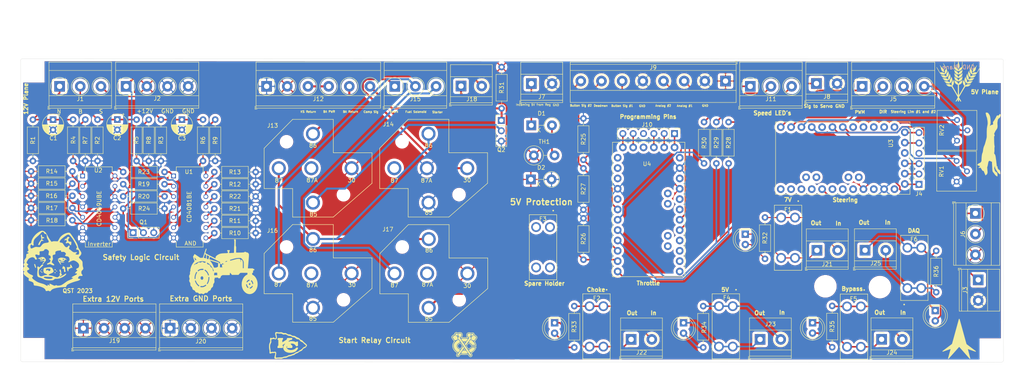
<source format=kicad_pcb>
(kicad_pcb (version 20221018) (generator pcbnew)
  (layers (0 "F.Cu" signal) (31 "B.Cu" signal) (34 "B.Paste" user) (35 "F.Paste" user) (36 "B.SilkS" user "B.Silkscreen") (37 "F.SilkS" user "F.Silkscreen") (38 "B.Mask" user) (39 "F.Mask" user) (44 "Edge.Cuts" user))
  (net 0 "")
  (net 1 "GND")
  (net 2 "/Safety Circuit /Neutral")
  (net 3 "/Safety Circuit /Brake")
  (net 4 "/Safety Circuit /Seat")
  (net 5 "Net-(D1-Pad2)")
  (net 6 "Net-(D1-Pad1)")
  (net 7 "+5V")
  (net 8 "Net-(D3-Pad2)")
  (net 9 "Net-(D3-Pad1)")
  (net 10 "Net-(D4-Pad2)")
  (net 11 "Net-(D4-Pad1)")
  (net 12 "Net-(D5-Pad2)")
  (net 13 "Net-(D5-Pad1)")
  (net 14 "Net-(D6-Pad2)")
  (net 15 "Net-(D6-Pad1)")
  (net 16 "Net-(D7-Pad2)")
  (net 17 "Net-(D7-Pad1)")
  (net 18 "Net-(F1-Pad1)")
  (net 19 "Net-(F2-Pad1)")
  (net 20 "Net-(F3-Pad2)")
  (net 21 "Net-(F3-Pad1)")
  (net 22 "Net-(F4-Pad1)")
  (net 23 "Net-(F5-Pad1)")
  (net 24 "Net-(F6-Pad1)")
  (net 25 "+12V")
  (net 26 "Safety_Signal")
  (net 27 "Net-(J3-Pad1)")
  (net 28 "Net-(J4-Pad5)")
  (net 29 "Net-(J4-Pad4)")
  (net 30 "Net-(J4-Pad3)")
  (net 31 "Net-(J4-Pad2)")
  (net 32 "Net-(J4-Pad1)")
  (net 33 "Net-(J5-Pad4)")
  (net 34 "Net-(J5-Pad3)")
  (net 35 "Net-(J5-Pad2)")
  (net 36 "Net-(J5-Pad1)")
  (net 37 "Net-(J6-Pad2)")
  (net 38 "Net-(J6-Pad1)")
  (net 39 "Net-(J8-Pad1)")
  (net 40 "Net-(J9-Pad8)")
  (net 41 "Net-(J9-Pad7)")
  (net 42 "Net-(J9-Pad6)")
  (net 43 "Net-(J9-Pad4)")
  (net 44 "Net-(J9-Pad3)")
  (net 45 "Net-(J10-Pad5)")
  (net 46 "Net-(J10-Pad4)")
  (net 47 "Net-(J10-Pad3)")
  (net 48 "Net-(J10-Pad2)")
  (net 49 "Net-(J10-Pad1)")
  (net 50 "Net-(J11-Pad3)")
  (net 51 "Net-(J11-Pad2)")
  (net 52 "Net-(J11-Pad1)")
  (net 53 "/Safety Start /Comp_Switch")
  (net 54 "Net-(J12-Pad5)")
  (net 55 "Net-(J12-Pad3)")
  (net 56 "Net-(J13-Pad87)")
  (net 57 "Net-(J13-Pad85)")
  (net 58 "Net-(J13-Pad87A)")
  (net 59 "Net-(J14-Pad30)")
  (net 60 "Net-(J14-Pad87)")
  (net 61 "Net-(J15-Pad3)")
  (net 62 "Net-(J15-Pad2)")
  (net 63 "Net-(J16-Pad87A)")
  (net 64 "Net-(J17-Pad85)")
  (net 65 "Net-(J17-Pad87A)")
  (net 66 "Net-(Q1-Pad1)")
  (net 67 "/Safety Circuit /Neutral_Output")
  (net 68 "/Safety Circuit /Brake_Output")
  (net 69 "/Safety Circuit /Seat_Output")
  (net 70 "Net-(R10-Pad1)")
  (net 71 "Net-(R11-Pad1)")
  (net 72 "Net-(R12-Pad1)")
  (net 73 "Net-(R13-Pad1)")
  (net 74 "Net-(R14-Pad1)")
  (net 75 "Net-(R15-Pad2)")
  (net 76 "Net-(R16-Pad1)")
  (net 77 "Net-(R17-Pad2)")
  (net 78 "Net-(R18-Pad1)")
  (net 79 "Net-(R19-Pad2)")
  (net 80 "Net-(R19-Pad1)")
  (net 81 "Net-(R20-Pad1)")
  (net 82 "Net-(R21-Pad2)")
  (net 83 "Net-(R22-Pad2)")
  (net 84 "/Safety Circuit /Neutral_Inverted")
  (net 85 "Net-(R23-Pad1)")
  (net 86 "Net-(R28-Pad1)")
  (net 87 "Net-(R29-Pad1)")
  (net 88 "Net-(R30-Pad1)")
  (net 89 "Net-(RV1-Pad3)")
  (net 90 "Net-(RV2-Pad3)")
  (net 91 "Net-(U3-PadJP1_4)")
  (net 92 "Net-(U3-PadJP2_1)")
  (net 93 "Net-(U3-PadJP2_2)")
  (net 94 "Net-(U3-PadJP3_2)")
  (net 95 "Net-(U3-PadJP3_1)")
  (net 96 "Net-(U3-PadJP6_1)")
  (net 97 "Net-(U3-PadJP6_3)")
  (net 98 "Net-(U3-PadJP6_5)")
  (net 99 "Net-(U3-PadJP6_6)")
  (net 100 "Net-(U3-PadJP6_7)")
  (net 101 "Net-(U3-PadJP6_9)")
  (net 102 "Net-(U3-PadJP6_10)")
  (net 103 "Net-(U3-PadJP6_11)")
  (net 104 "Net-(U3-PadJP6_12)")
  (net 105 "Net-(U3-PadJP7_5)")
  (net 106 "Net-(U3-PadJP7_8)")
  (net 107 "Net-(U3-PadJP7_10)")
  (net 108 "Net-(U3-PadJP7_11)")
  (net 109 "Net-(U3-PadJP7_12)")
  (net 110 "Net-(U4-PadJP1_4)")
  (net 111 "Net-(U4-PadJP2_1)")
  (net 112 "Net-(U4-PadJP2_2)")
  (net 113 "Net-(U4-PadJP3_2)")
  (net 114 "Net-(U4-PadJP3_1)")
  (net 115 "Net-(U4-PadJP6_1)")
  (net 116 "Net-(U4-PadJP6_3)")
  (net 117 "Net-(U4-PadJP6_5)")
  (net 118 "Net-(U4-PadJP6_6)")
  (net 119 "Net-(U4-PadJP6_9)")
  (net 120 "Net-(U4-PadJP6_10)")
  (net 121 "Net-(U4-PadJP6_11)")
  (net 122 "Net-(U4-PadJP6_12)")
  (net 123 "Net-(U4-PadJP7_8)")
  (net 124 "Net-(U4-PadJP7_10)")
  (net 125 "Net-(U4-PadJP7_11)")
  (net 126 "Net-(U4-PadJP7_12)")
  (footprint "MountingHole:MountingHole_2.5mm" (layer "F.Cu") (at 278.01 42.77 -90)
    (fp_text reference "REF**")
    (fp_text value "MountingHole_2.5mm")
  )
  (footprint "MountingHole:MountingHole_2.5mm" (layer "F.Cu") (at 42.5 42.68)
    (fp_text reference "REF**")
    (fp_text value "MountingHole_2.5mm")
  )
  (footprint "Capacitor_THT:CP_Radial_D5.0mm_P2.50mm" (layer "F.Cu") (at 47.48 54.68 -90)
    (fp_text reference "C1")
    (fp_text value "0.1µF")
  )
  (footprint "Capacitor_THT:CP_Radial_D5.0mm_P2.50mm" (layer "F.Cu") (at 63.28 54.66 -90)
    (fp_text reference "C2")
    (fp_text value "0.1µF")
  )
  (footprint "Diode_THT:D_DO-15_P5.08mm_Vertical_KathodeUp" (layer "F.Cu") (at 164.99 56.08)
    (fp_text reference "D1")
    (fp_text value "DIODE")
  )
  (footprint "Diode_THT:D_DO-15_P5.08mm_Vertical_KathodeUp" (layer "F.Cu") (at 164.89 69.37)
    (fp_text reference "D2")
    (fp_text value "D_Zener")
  )
  (footprint "3568:FUSE_3568" (layer "F.Cu") (at 167.88 86.04 -90)
    (fp_text reference "F3")
    (fp_text value "Fuse")
  )
  (footprint "3568:FUSE_3568" (layer "F.Cu") (at 212.8 105.48 -90)
    (fp_text reference "F4")
    (fp_text value "3568")
  )
  (footprint "TerminalBlock_Phoenix:TerminalBlock_Phoenix_MKDS-3-3-5.08_1x03_P5.08mm_Horizontal" (layer "F.Cu") (at 49.09 46.5)
    (fp_text reference "J1")
    (fp_text value "Conn_01x03_Male")
  )
  (footprint "Connector_PinHeader_2.54mm:PinHeader_1x06_P2.54mm_Vertical" (layer "F.Cu") (at 260.25 70.58 180)
    (fp_text reference "J4")
    (fp_text value "Conn_01x06_Male")
  )
  (footprint "TerminalBlock_Phoenix:TerminalBlock_Phoenix_MKDS-3-4-5.08_1x04_P5.08mm_Horizontal" (layer "F.Cu") (at 246.29 46.5)
    (fp_text reference "J5")
    (fp_text value "Conn_01x04_Male")
  )
  (footprint "TerminalBlock_Phoenix:TerminalBlock_Phoenix_MKDS-3-3-5.08_1x03_P5.08mm_Horizontal" (layer "F.Cu") (at 274.12 77.72 -90)
    (fp_text reference "J6")
    (fp_text value "Conn_01x03_Male")
  )
  (footprint "TerminalBlock_Phoenix:TerminalBlock_Phoenix_MKDS-1,5-2-5.08_1x02_P5.08mm_Horizontal" (layer "F.Cu") (at 165.01 45.82)
    (fp_text reference "J7")
    (fp_text value "Conn_01x02_Male")
  )
  (footprint "TerminalBlock_Phoenix:TerminalBlock_Phoenix_MKDS-1,5-2-5.08_1x02_P5.08mm_Horizontal" (layer "F.Cu") (at 235.06 45.81)
    (fp_text reference "J8")
    (fp_text value "Conn_01x02_Male")
  )
  (footprint "TerminalBlock_Phoenix:TerminalBlock_Phoenix_MKDS-1,5-8-5.08_1x08_P5.08mm_Horizontal" (layer "F.Cu") (at 212.72 45.2 180)
    (fp_text reference "J9")
    (fp_text value "Conn_01x08_Male")
  )
  (footprint "Connector_PinHeader_2.54mm:PinHeader_1x06_P2.54mm_Vertical" (layer "F.Cu") (at 200.19 58.11 -90)
    (fp_text reference "J10")
    (fp_text value "Conn_01x06_Male")
  )
  (footprint "VCF4-1000 (Relay Socket):TE_VCF4-1000" (layer "F.Cu") (at 111.35 66.62)
    (fp_text reference "J13")
    (fp_text value "VCF4-1000")
  )
  (footprint "VCF4-1000 (Relay Socket):TE_VCF4-1000" (layer "F.Cu") (at 139.74 66.61)
    (fp_text reference "J14")
    (fp_text value "VCF4-1000")
  )
  (footprint "TerminalBlock_Phoenix:TerminalBlock_Phoenix_MKDS-3-3-5.08_1x03_P5.08mm_Horizontal" (layer "F.Cu") (at 131.44 46.5)
    (fp_text reference "J15")
    (fp_text value "Conn_01x03_Male")
  )
  (footprint "VCF4-1000 (Relay Socket):TE_VCF4-1000" (layer "F.Cu") (at 111.35 92.46)
    (fp_text reference "J16")
    (fp_text value "VCF4-1000")
  )
  (footprint "TerminalBlock_Phoenix:TerminalBlock_Phoenix_MKDS-1,5-2-5.08_1x02_P5.08mm_Horizontal" (layer "F.Cu") (at 147.73 46.43)
    (fp_text reference "J18")
    (fp_text value "Conn_01x02_Male")
  )
  (footprint "Connector_PinHeader_2.54mm:PinHeader_1x03_P2.54mm_Vertical" (layer "F.Cu") (at 67.15 82.46 90)
    (fp_text reference "Q1")
    (fp_text value "Q_NMOS_GDS")
  )
  (footprint "Connector_PinHeader_2.54mm:PinHeader_1x03_P2.54mm_Vertical" (layer "F.Cu") (at 157.63 54.88)
    (fp_text reference "Q2")
    (fp_text value "Q_NMOS_GDS")
  )
  (footprint "Resistor_THT:R_Axial_DIN0207_L6.3mm_D2.5mm_P10.16mm_Horizontal" (layer "F.Cu") (at 68 64.84 90)
    (fp_text reference "R5")
    (fp_text value "1k")
  )
  (footprint "Resistor_THT:R_Axial_DIN0207_L6.3mm_D2.5mm_P10.16mm_Horizontal" (layer "F.Cu") (at 84.33 64.83 90)
    (fp_text reference "R6")
    (fp_text value "1k")
  )
  (footprint "Resistor_THT:R_Axial_DIN0207_L6.3mm_D2.5mm_P10.16mm_Horizontal" (layer "F.Cu") (at 55.41 54.67 -90)
    (fp_text reference "R7")
    (fp_text value "10k")
  )
  (footprint "Resistor_THT:R_Axial_DIN0207_L6.3mm_D2.5mm_P10.16mm_Horizontal" (layer "F.Cu") (at 71 54.68 -90)
    (fp_text reference "R8")
    (fp_text value "10k")
  )
  (footprint "Resistor_THT:R_Axial_DIN0207_L6.3mm_D2.5mm_P10.16mm_Horizontal" (layer "F.Cu") (at 87.33 54.67 -90)
    (fp_text reference "R9")
    (fp_text value "10k")
  )
  (footprint "Resistor_THT:R_Axial_DIN0207_L6.3mm_D2.5mm_P10.16mm_Horizontal" (layer "F.Cu") (at 87.11 82.55)
    (fp_text reference "R10")
    (fp_text value "10k")
  )
  (footprint "Resistor_THT:R_Axial_DIN0207_L6.3mm_D2.5mm_P10.16mm_Horizontal" (layer "F.Cu") (at 87.11 79.55)
    (fp_text reference "R11")
    (fp_text value "10k")
  )
  (footprint "Resistor_THT:R_Axial_DIN0207_L6.3mm_D2.5mm_P10.16mm_Horizontal" (layer "F.Cu") (at 87.11 70.55)
    (fp_text reference "R12")
    (fp_text value "10k")
  )
  (footprint "Resistor_THT:R_Axial_DIN0207_L6.3mm_D2.5mm_P10.16mm_Horizontal" (layer "F.Cu") (at 87.11 67.55)
    (fp_text reference "R13")
    (fp_text value "10k")
  )
  (footprint "Resistor_THT:R_Axial_DIN0207_L6.3mm_D2.5mm_P10.16mm_Horizontal" (layer "F.Cu") (at 42.08 70.4)
    (fp_text reference "R15")
    (fp_text value "1k")
  )
  (footprint "Resistor_THT:R_Axial_DIN0207_L6.3mm_D2.5mm_P10.16mm_Horizontal" (layer "F.Cu") (at 52.24 73.4 180)
    (fp_text reference "R16")
    (fp_text value "1k")
  )
  (footprint "Resistor_THT:R_Axial_DIN0207_L6.3mm_D2.5mm_P10.16mm_Horizontal" (layer "F.Cu") (at 52.24 79.4 180)
    (fp_text reference "R18")
    (fp_text value "1k")
  )
  (footprint "Resistor_THT:R_Axial_DIN0207_L6.3mm_D2.5mm_P10.16mm_Horizontal" (layer "F.Cu") (at 64.72 70.54)
    (fp_text reference "R19")
    (fp_text value "1k")
  )
  (footprint "Resistor_THT:R_Axial_DIN0207_L6.3mm_D2.5mm_P10.16mm_Horizontal" (layer "F.Cu") (at 64.72 73.54)
    (fp_text reference "R20")
    (fp_text value "330")
  )
  (footprint "Resistor_THT:R_Axial_DIN0207_L6.3mm_D2.5mm_P10.16mm_Horizontal" (layer "F.Cu") (at 97.27 76.55 180)
    (fp_text reference "R21")
    (fp_text value "10k")
  )
  (footprint "Resistor_THT:R_Axial_DIN0207_L6.3mm_D2.5mm_P10.16mm_Horizontal" (layer "F.Cu") (at 97.27 73.55 180)
    (fp_text reference "R22")
    (fp_text value "10k")
  )
  (footprint "Resistor_THT:R_Axial_DIN0207_L6.3mm_D2.5mm_P10.16mm_Horizontal" (layer "F.Cu") (at 64.72 67.54)
    (fp_text reference "R23")
    (fp_text value "1k")
  )
  (footprint "Resistor_THT:R_Axial_DIN0207_L6.3mm_D2.5mm_P10.16mm_Horizontal" (layer "F.Cu") (at 177.8 64.55 90)
    (fp_text reference "R25")
    (fp_text value "R")
  )
  (footprint "Resistor_THT:R_Axial_DIN0207_L6.3mm_D2.5mm_P10.16mm_Horizontal" (layer "F.Cu") (at 177.82 78.93 -90)
    (fp_text reference "R26")
    (fp_text value "R")
  )
  (footprint "Resistor_THT:R_Axial_DIN0207_L6.3mm_D2.5mm_P10.16mm_Horizontal" (layer "F.Cu") (at 177.81 76.81 90)
    (fp_text reference "R27")
    (fp_text value "R")
  )
  (footprint "Resistor_THT:R_Axial_DIN0207_L6.3mm_D2.5mm_P10.16mm_Horizontal" (layer "F.Cu") (at 213.47 65.44 90)
    (fp_text reference "R28")
    (fp_text value "R")
  )
  (footprint "Resistor_THT:R_Axial_DIN0207_L6.3mm_D2.5mm_P10.16mm_Horizontal" (layer "F.Cu") (at 207.44 65.43 90)
    (fp_text reference "R30")
    (fp_text value "R")
  )
  (footprint "Resistor_THT:R_Axial_DIN0207_L6.3mm_D2.5mm_P10.16mm_Horizontal" (layer "F.Cu") (at 157.7 41.76 -90)
    (fp_text reference "R31")
    (fp_text value "4.7k")
  )
  (footprint "Resistor_THT:R_Axial_DIN0207_L6.3mm_D2.5mm_P10.16mm_Horizontal" (layer "F.Cu") (at 222.42 88.88 90)
    (fp_text reference "R32")
    (fp_text value "1k")
  )
  (footprint "Potentiometer_THT:Potentiometer_Bourns_3386P_Vertical" (layer "F.Cu") (at 269.51 69.91)
    (fp_text reference "RV1")
    (fp_text value "R_POT_TRIM")
  )
  (footprint "Potentiometer_THT:Potentiometer_Bourns_3386P_Vertical" (layer "F.Cu") (at 269.61 59.85)
    (fp_text reference "RV2")
    (fp_text value "R_POT_TRIM")
  )
  (footprint "Resistor_THT:R_Axial_DIN0414_L11.9mm_D4.5mm_P5.08mm_Vertical" (layer "F.Cu") (at 165.62 63.47)
    (fp_text reference "TH1")
    (fp_text value "Thermistor")
  )
  (footprint "Arduino Pro Mini:MODULE_ARDUINO_PRO_MINI" (layer "F.Cu") (at 241.53 64.14 -90)
    (fp_text reference "U3")
    (fp_text value "ARDUINO_PRO_MINI")
  )
  (footprint "TerminalBlock_Phoenix:TerminalBlock_Phoenix_MKDS-3-4-5.08_1x04_P5.08mm_Horizontal" (layer "F.Cu") (at 65.45 46.5)
    (fp_text reference "J2")
    (fp_text value "Conn_01x04_Male")
  )
  (footprint "Resistor_THT:R_Axial_DIN0207_L6.3mm_D2.5mm_P10.16mm_Horizontal" (layer "F.Cu") (at 74 54.68 -90)
    (fp_text reference "R3")
    (fp_text value "1k")
  )
  (footprint "Resistor_THT:R_Axial_DIN0207_L6.3mm_D2.5mm_P10.16mm_Horizontal" (layer "F.Cu") (at 64.72 76.54)
    (fp_text reference "R24")
    (fp_text value "100k")
  )
  (footprint "Wheat Graphic:Wheat" (layer "F.Cu") (at 269.97 45.26)
    (fp_text reference "G***" hide)
    (fp_text value "LOGO" hide)
  )
  (footprint "Resistor_THT:R_Axial_DIN0207_L6.3mm_D2.5mm_P10.16mm_Horizontal" (layer "F.Cu") (at 52.4 64.83 90)
    (fp_text reference "R4")
    (fp_text value "1k")
  )
  (footprint "Resistor_THT:R_Axial_DIN0207_L6.3mm_D2.5mm_P10.16mm_Horizontal" (layer "F.Cu") (at 42.53 54.68 -90)
    (fp_text reference "R1")
    (fp_text value "1k")
  )
  (footprint "Resistor_THT:R_Axial_DIN0207_L6.3mm_D2.5mm_P10.16mm_Horizontal" (layer "F.Cu") (at 58.41 54.67 -90)
    (fp_text reference "R2")
    (fp_text value "1k")
  )
  (footprint "Husky Head Graphic:Husky_Head" (layer "F.Cu") (at 47.75 89.6)
    (fp_text reference "G***" hide)
    (fp_text value "LOGO" hide)
  )
  (footprint "Capacitor_THT:CP_Radial_D5.0mm_P2.50mm" (layer "F.Cu") (at 79.14 54.68 -90)
    (fp_text reference "C3")
    (fp_text value "0.1µF")
  )
  (footprint "CD4081BE (AND):DIP794W45P254L1969H508Q14" (layer "F.Cu") (at 81.06 76.14)
    (fp_text reference "U1")
    (fp_text value "CD4081BE")
  )
  (footprint "CD4069UBE (Inverter):DIP794W45P254L1969H508Q14" (layer "F.Cu") (at 58.72 76.13)
    (fp_text reference "U2")
    (fp_text value "CD4069UBE")
  )
  (footprint "Resistor_THT:R_Axial_DIN0207_L6.3mm_D2.5mm_P10.16mm_Horizontal" (layer "F.Cu") (at 52.24 67.39 180)
    (fp_text reference "R14")
    (fp_text value "1k")
  )
  (footprint "Resistor_THT:R_Axial_DIN0207_L6.3mm_D2.5mm_P10.16mm_Horizontal" (layer "F.Cu") (at 42.08 76.4)
    (fp_text reference "R17")
    (fp_text value "1k")
  )
  (footprint "TerminalBlock_Phoenix:TerminalBlock_Phoenix_MKDS-3-6-5.08_1x06_P5.08mm_Horizontal" (layer "F.Cu") (at 99.96 46.5)
    (fp_text reference "J12")
    (fp_text value "Conn_01x06_Male")
  )
  (footprint "Resistor_THT:R_Axial_DIN0207_L6.3mm_D2.5mm_P10.16mm_Horizontal" (layer "F.Cu") (at 207.24 110.66 90)
    (fp_text reference "R34")
    (fp_text value "1k")
  )
  (footprint "Resistor_THT:R_Axial_DIN0207_L6.3mm_D2.5mm_P10.16mm_Horizontal" (layer "F.Cu") (at 264.49 86.92 -90)
    (fp_text reference "R36")
    (fp_text value "1k")
  )
  (footprint "TerminalBlock_Phoenix:TerminalBlock_Phoenix_MKDS-1,5-2-5.08_1x02_P5.08mm_Horizontal" (layer "F.Cu") (at 247 86.77)
    (fp_text reference "J25")
    (fp_text value "Conn_01x02_Male")
  )
  (footprint "TerminalBlock_Phoenix:TerminalBlock_Phoenix_MKDS-1,5-2-5.08_1x02_P5.08mm_Horizontal" (layer "F.Cu") (at 235.18 86.79)
    (fp_text reference "J21")
    (fp_text value "Conn_01x02_Male")
  )
  (footprint "TerminalBlock_Phoenix:TerminalBlock_Phoenix_MKDS-1,5-2-5.08_1x02_P5.08mm_Horizontal" (layer "F.Cu") (at 251.07 108.66)
    (fp_text reference "J24")
    (fp_text value "Conn_01x02_Male")
  )
  (footprint "LED_THT:LED_D5.0mm" (layer "F.Cu") (at 264.26 101.59 -90)
    (fp_text reference "D7")
    (fp_text value "LED")
  )
  (footprint "3568:FUSE_3568" (layer "F.Cu") (at 259.11 91.11 90)
    (fp_text reference "F6")
    (fp_text value "3568")
  )
  (footprint "3568:FUSE_3568" (layer "F.Cu") (at 228.09 83.7 -90)
    (fp_text reference "F1")
    (fp_text value "3568")
  )
  (footprint "LED_THT:LED_D5.0mm" (layer "F.Cu") (at 234.1 104.59 -90)
    (fp_text reference "D6")
    (fp_text value "LED")
  )
  (footprint "LED_THT:LED_D5.0mm" (layer "F.Cu") (at 202.4 104.61 -90)
    (fp_text reference "D5")
    (fp_text value "LED")
  )
  (footprint "VCF4-1000 (Relay Socket):TE_VCF4-1000" (layer "F.Cu") (at 139.79 92.48)
    (fp_text reference "J17")
    (fp_text value "VCF4-1000")
  )
  (footprint "TerminalBlock_Phoenix:TerminalBlock_Phoenix_MKDS-3-3-5.08_1x03_P5.08mm_Horizontal" (layer "F.Cu") (at 218.8 46.5)
    (fp_text reference "J11")
    (fp_text value "Conn_01x03_Male")
  )
  (footprint "Resistor_THT:R_Axial_DIN0207_L6.3mm_D2.5mm_P10.16mm_Horizontal" (layer "F.Cu") (at 210.47 65.44 90)
    (fp_text reference "R29")
    (fp_text value "R")
  )
  (footprint "Arduino Pro Mini:MODULE_ARDUINO_PRO_MINI" (layer "F.Cu") (at 193.84 76.75)
    (fp_text reference "U4")
    (fp_text value "ARDUINO_PRO_MINI")
  )
  (footprint "Resistor_THT:R_Axial_DIN0207_L6.3mm_D2.5mm_P10.16mm_Horizontal" (layer "F.Cu") (at 238.93 110.61 90)
    (fp_text reference "R35")
    (fp_text value "1k")
  )
  (footprint "3568:FUSE_3568" (layer "F.Cu") (at 244.28 105.54 -90)
    (fp_text reference "F5")
    (fp_text value "3568")
  )
  (footprint "MountingHole:MountingHole_4.3mm_M4" (layer "F.Cu") (at 237.26 95.64)
    (fp_text reference "REF**")
    (fp_text value "MountingHole_4.3mm_M4")
  )
  (footprint "MountingHole:MountingHole_4.3mm_M4" (layer "F.Cu") (at 250.66 95.83)
    (fp_text reference "REF**")
    (fp_text value "MountingHole_4.3mm_M4")
  )
  (footprint "TerminalBlock_Phoenix:TerminalBlock_Phoenix_MKDS-3-4-5.08_1x04_P5.08mm_Horizontal" (layer "F.Cu") (at 54.93 105.93)
    (fp_text reference "J19")
    (fp_text value "Conn_01x04_Male")
  )
  (footprint "TerminalBlock_Phoenix:TerminalBlock_Phoenix_MKDS-3-4-5.08_1x04_P5.08mm_Horizontal" (layer "F.Cu") (at 76.25 105.93)
    (fp_text reference "J20")
    (fp_text value "Conn_01x04_Male")
  )
  (footprint "TerminalBlock_Phoenix:TerminalBlock_Phoenix_MKDS-1,5-2-5.08_1x02_P5.08mm_Horizontal" (layer "F.Cu") (at 274.81 94.05 -90)
    (fp_text reference "J3")
    (fp_text value "Conn_01x02_Male")
  )
  (footprint "3568:FUSE_3568" (layer "F.Cu") (at 181.01 105.49 -90)
    (fp_text reference "F2")
    (fp_text value "3568")
  )
  (footprint "TerminalBlock_Phoenix:TerminalBlock_Phoenix_MKDS-1,5-2-5.08_1x02_P5.08mm_Horizontal" (layer "F.Cu") (at 189.53 108.68)
    (fp_text reference "J22")
    (fp_text value "Conn_01x02_Male")
  )
  (footprint "TerminalBlock_Phoenix:TerminalBlock_Phoenix_MKDS-1,5-2-5.08_1x02_P5.08mm_Horizontal" (layer "F.Cu") (at 221.21 108.68)
    (fp_text reference "J23")
    (fp_text value "Conn_01x02_Male")
  )
  (footprint "LED_THT:LED_D5.0mm" (layer "F.Cu") (at 170.72 104.61 -90)
    (fp_text reference "D4")
    (fp_text value "LED")
  )
  (footprint "Resistor_THT:R_Axial_DIN0207_L6.3mm_D2.5mm_P10.16mm_Horizontal" (layer "F.Cu") (at 175.56 110.66 90)
    (fp_text reference "R33")
    (fp_text value "1k")
  )
  (footprint "LED_THT:LED_D5.0mm" (layer "F.Cu") (at 217.58 82.82 -90)
    (fp_text reference "D3")
    (fp_text value "LED")
  )
  (footprint "Running Sled Dog Graphic:Running_Husky" (layer "F.Cu") (at 278.12 60.77 90)
    (fp_text reference "G***" hide)
    (fp_text value "LOGO" hide)
  )
  (footprint "Tractor Graphic:Tractor" (layer "F.Cu") (at 90.03 90.76)
    (fp_text reference "G***" hide)
    (fp_text value "LOGO" hide)
  )
  (footprint "SESS logo:sess" (layer "F.Cu") (at 270.12 108.54)
    (fp_text reference "G***" hide)
    (fp_text value "LOGO" hide)
  )
  (footprint "Chiefs Logo:Arrowhead" (layer "F.Cu") (at 105.13 110.17)
    (fp_text reference "G***" hide)
    (fp_text value "LOGO" hide)
  )
  (footprint "Blackhawks Logo:Hammer" (layer "F.Cu") (at 148.55 109.96)
    (fp_text reference "G***" hide)
    (fp_text value "LOGO" hide)
  )
  (footprint "" (layer "F.Cu") (at 45.12 45.46)
    (fp_text reference "")
    (fp_text value "")
  )
  (footprint "MountingHole:MountingHole_2.5mm" (layer "F.Cu") (at 278.03 111.29)
    (fp_text reference "REF**")
    (fp_text value "MountingHole_2.5mm")
  )
  (footprint "MountingHole:MountingHole_2.5mm" (layer "F.Cu") (at 42.51 111.2 180)
    (fp_text reference "REF**")
    (fp_text value "MountingHole_2.5mm")
  )
  (gr_arc (start 281.02 113.78) (mid 280.873553 114.133553) (end 280.52 114.28) (stroke (width 0.05)) (layer "Edge.Cuts"))
  (gr_line (start 280.5 39.78) (end 40 39.69) (stroke (width 0.05)) (layer "Edge.Cuts"))
  (gr_line (start 280.52 114.28) (end 40.02 114.19) (stroke (width 0.05)) (layer "Edge.Cuts"))
  (gr_arc (start 40.02 114.19) (mid 39.666447 114.043553) (end 39.52 113.69) (stroke (width 0.05)) (layer "Edge.Cuts"))
  (gr_line (start 39.5 40.19) (end 39.52 113.69) (stroke (width 0.05)) (layer "Edge.Cuts"))
  (gr_arc (start 280.5 39.78) (mid 280.853553 39.926447) (end 281 40.28) (stroke (width 0.05)) (layer "Edge.Cuts"))
  (gr_line (start 281 40.28) (end 281.02 113.78) (stroke (width 0.05)) (layer "Edge.Cuts"))
  (gr_arc (start 39.5 40.19) (mid 39.646447 39.836447) (end 40 39.69) (stroke (width 0.05)) (layer "Edge.Cuts"))
  (gr_text "GND Plane \n" (at 269.56 41.79) (layer "B.SilkS") (effects (font (size 1 1)) (justify mirror)))
  (gr_text "N" (at 48.95 52.66) (layer "F.SilkS") (effects (font (size 1 1))))
  (gr_text "GND" (at 80.71 52.58) (layer "F.SilkS") (effects (font (size 1 1))))
  (gr_text "87A" (at 111.12 69.57) (layer "F.SilkS") (effects (font (size 1 1))))
  (gr_text "87\n" (at 102.94 69.66) (layer "F.SilkS") (effects (font (size 1 1))))
  (gr_text "86\n" (at 111.36 61.06) (layer "F.SilkS") (effects (font (size 1 1))))
  (gr_text "30" (at 120.84 69.57) (layer "F.SilkS") (effects (font (size 1 1))))
  (gr_text "Deadman " (at 182.25 51.25) (layer "F.SilkS") (effects (font (size 0.5 0.5) (thickness 0.125))))
  (gr_text "Analog #2 " (at 197.6 51.25) (layer "F.SilkS") (effects (font (size 0.5 0.5) (thickness 0.125))))
  (gr_text "Button Sig #1" (at 187.32 51.29) (layer "F.SilkS") (effects (font (size 0.5 0.5) (thickness 0.125))))
  (gr_text "GND" (at 207.72 51.25) (layer "F.SilkS") (effects (font (size 0.5 0.5) (thickness 0.125))))
  (gr_text "GND" (at 240.83 51.37) (layer "F.SilkS") (effects (font (size 0.75 0.75) (thickness 0.1875))))
  (gr_text "86\n" (at 111.36 86.72) (layer "F.SilkS") (effects (font (size 1 1))))
  (gr_text "87\n" (at 131.36 69.66) (layer "F.SilkS") (effects (font (size 1 1))))
  (gr_text "87A" (at 111.12 95.36) (layer "F.SilkS") (effects (font (size 1 1))))
  (gr_text "30" (at 149.23 69.54) (layer "F.SilkS") (effects (font (size 1 1))))
  (gr_text "85\n" (at 111.33 103.6) (layer "F.SilkS") (effects (font (size 1 1))))
  (gr_text "Spare Holder\n" (at 168.21 94.94) (layer "F.SilkS") (effects (font (size 1 1) (thickness 0.25))))
  (gr_text "In" (at 256.34 102.1) (layer "F.SilkS") (effects (font (size 1 1) (thickness 0.25))))
  (gr_text "Out\n" (at 250.6 102.07) (layer "F.SilkS") (effects (font (size 1 1) (thickness 0.25))))
  (gr_text "Bypass" (at 243.86 96.24) (layer "F.SilkS") (effects (font (size 1 1) (thickness 0.25))))
  (gr_text "In" (at 252.59 79.95) (layer "F.SilkS") (effects (font (size 1 1) (thickness 0.25))))
  (gr_text "Out\n" (at 246.75 79.96) (layer "F.SilkS") (effects (font (size 1 1) (thickness 0.25))))
  (gr_text "DAQ" (at 258.99 81.98) (layer "F.SilkS") (effects (font (size 1 1) (thickness 0.25))))
  (gr_text "Steering\n" (at 242.13 74.41) (layer "F.SilkS") (effects (font (size 1 1) (thickness 0.25))))
  (gr_text "In" (at 226.6 102.08) (layer "F.SilkS") (effects (font (size 1 1) (thickness 0.25))))
  (gr_text "Out\n" (at 221.1 102.19) (layer "F.SilkS") (effects (font (size 1 1) (thickness 0.25))))
  (gr_text "5V" (at 212.63 96.47) (layer "F.SilkS") (effects (font (size 1 1) (thickness 0.25))))
  (gr_text "Out\n" (at 189.75 102.19) (layer "F.SilkS") (effects (font (size 1 1) (thickness 0.25))))
  (gr_text "7V" (at 228.03 74.36) (layer "F.SilkS") (effects (font (size 1 1) (thickness 0.25))))
  (gr_text "In" (at 240.46 80.19) (layer "F.SilkS") (effects (font (size 1 1) (thickness 0.25))))
  (gr_text "Out\n" (at 234.96 80.08) (layer "F.SilkS") (effects (font (size 1 1) (thickness 0.25))))
  (gr_text "5V Plane \n" (at 276.81 47.88) (layer "F.SilkS") (effects (font (size 1 1) (thickness 0.25))))
  (gr_text "Speed LED's" (at 224.23 53.07) (layer "F.SilkS") (effects (font (size 1 1) (thickness 0.25))))
  (gr_text "30" (at 149.26 95.52) (layer "F.SilkS") (effects (font (size 1 1))))
  (gr_text "Choke \n" (at 181.28 96.47) (layer "F.SilkS") (effects (font (size 1 1) (thickness 0.25))))
  (gr_text "87A" (at 139.47 95.21) (layer "F.SilkS") (effects (font (size 1 1))))
  (gr_text "Safety Logic Circuit \n" (at 69.56 88.52) (layer "F.SilkS") (effects (font (size 1.25 1.25) (thickness 0.25))))
  (gr_text "12V Plane \n" (at 40.81 49.17 90) (layer "F.SilkS") (effects (font (size 1 1) (thickness 0.25))))
  (gr_text "PWM" (at 245.74 52.83) (layer "F.SilkS") (effects (font (size 0.75 0.75) (thickness 0.1875))))
  (gr_text "Spark" (at 131.27 52.72) (layer "F.SilkS") (effects (font (size 0.5 0.5) (thickness 0.125))))
  (gr_text "86\n" (at 139.88 86.81) (layer "F.SilkS") (effects (font (size 1 1))))
  (gr_text "B" (at 54.22 52.69) (layer "F.SilkS") (effects (font (size 1 1))))
  (gr_text "BA PWR" (at 115.31 52.72) (layer "F.SilkS") (effects (font (size 0.5 0.5) (thickness 0.125))))
  (gr_text "5V Protection " (at 168.04 74.92) (layer "F.SilkS") (effects (font (size 1.5 1.5) (thickness 0.3))))
  (gr_text "GND" (at 75.59 52.6) (layer "F.SilkS") (effects (font (size 1 1))))
  (gr_text "Throttle " (at 194.13 94.87) (layer "F.SilkS") (effects (font (size 1 1) (thickness 0.25))))
  (gr_text "GND" (at 192.25 51.33) (layer "F.SilkS") (effects (font (size 0.5 0.5) (thickness 0.125))))
  (gr_text "Button Sig #2" (at 177.17 51.21) (layer "F.SilkS") (effects (font (size 0.5 0.5) (thickness 0.125))))
  (gr_text "DIR" (at 251.44 52.75) (layer "F.SilkS") (effects (font (size 0.75 0.75) (thickness 0.1875))))
  (gr_text "86\n" (at 139.79 61.06) (layer "F.SilkS") (effects (font (size 1 1))))
  (gr_text "BA Return" (at 120.59 52.74) (layer "F.SilkS") (effects (font (size 0.5 0.5) (thickness 0.125))))
  (gr_text "AND" (at 81.25 85.09) (layer "F.SilkS") (effects (font (size 1 1))))
  (gr_text "Sig to Servo " (at 235.8 51.37) (layer "F.SilkS") (effects (font (size 0.75 0.75) (thickness 0.1875))))
  (gr_text "+12V " (at 70.42 52.57) (layer "F.SilkS") (effects (font (size 1 1))))
  (gr_text "85\n" (at 111.45 77.94) (layer "F.SilkS") (effects (font (size 1 1))))
  (gr_text "Inverter\n" (at 58.83 85.25) (layer "F.SilkS") (effects (font (size 1 1))))
  (gr_text "Incoming 5V from Reg " (at 165.69 51.01) (layer "F.SilkS") (effects (font (size 0.5 0.5) (thickness 0.1))))
  (gr_text "S" (at 59.26 52.71) (layer "F.SilkS") (effects (font (size 1 1))))
  (gr_text "KS Return\n" (at 110.19 52.74) (layer "F.SilkS") (effects (font (size 0.5 0.5) (thickness 0.125))))
  (gr_text "87A" (at 139.24 69.64) (layer "F.SilkS") (effects (font (size 1 1))))
  (gr_text "GND" (at 171.05 51.1) (layer "F.SilkS") (effects (font (size 0.5 0.5) (thickness 0.1))))
  (gr_text "Programming Pins " (at 194.08 53.97) (layer "F.SilkS") (effects (font (size 1 1) (thickness 0.25))))
  (gr_text "Extra 12V Ports\n" (at 62.28 98.75) (layer "F.SilkS") (effects (font (size 1.25 1.25) (thickness 0.25))))
  (gr_text "87\n" (at 102.79 95.22) (layer "F.SilkS") (effects (font (size 1 1))))
  (gr_text "Comp Sig " (at 125.79 52.78) (layer "F.SilkS") (effects (font (size 0.5 0.5) (thickness 0.125))))
  (gr_text "87\n" (at 131.36 95.38) (layer "F.SilkS") (effects (font (size 1 1))))
  (gr_text "Extra GND Ports " (at 84.31 98.66) (layer "F.SilkS") (effects (font (size 1.25 1.25) (thickness 0.25))))
  (gr_text "85\n" (at 139.81 103.65) (layer "F.SilkS") (effects (font (size 1 1))))
  (gr_text "Analog #1" (at 202.68 51.29) (layer "F.SilkS") (effects (font (size 0.5 0.5) (thickness 0.125))))
  (gr_text "Fuel Solenoid " (at 136.83 52.77) (layer "F.SilkS") (effects (font (size 0.5 0.5) (thickness 0.125))))
  (gr_text "In" (at 195.03 102.19) (layer "F.SilkS") (effects (font (size 1 1) (thickness 0.25))))
  (gr_text "Steering Lim #1 and #2" (at 258.86 52.74) (layer "F.SilkS") (effects (font (size 0.6 0.6))))
  (gr_text "Starter" (at 141.94 52.84) (layer "F.SilkS") (effects (font (size 0.5 0.5) (thickness 0.125))))
  (gr_text "30" (at 120.92 95.29) (layer "F.SilkS") (effects (font (size 1 1))))
  (gr_text "Start Relay Circuit \n" (at 126.96 108.91) (layer "F.SilkS") (effects (font (size 1.25 1.25) (thickness 0.25))))
  (gr_text "QST 2023 " (at 53.91 96.75) (layer "F.SilkS") (effects (font (size 1 1) (thickness 0.2))))
  (gr_text "85\n" (at 139.79 77.54) (layer "F.SilkS") (effects (font (size 1 1))))
  (segment (start 42.53 54.68) (end 47.48 54.68) (width 0.38) (layer "F.Cu") (net 2))
  (segment (start 49.09 48.12) (end 42.53 54.68) (width 0.38) (layer "F.Cu") (net 2))
  (segment (start 52.39 54.68) (end 52.4 54.67) (width 0.38) (layer "F.Cu") (net 2))
  (segment (start 49.09 46.5) (end 49.09 48.12) (width 0.38) (layer "F.Cu") (net 2))
  (segment (start 47.48 54.68) (end 52.39 54.68) (width 0.38) (layer "F.Cu") (net 2))
  (segment (start 63.27 54.67) (end 63.28 54.66) (width 0.38) (layer "F.Cu") (net 3))
  (segment (start 54.17 50.43) (end 58.41 54.67) (width 0.38) (layer "F.Cu") (net 3))
  (segment (start 63.28 54.66) (end 67.98 54.66) (width 0.38) (layer "F.Cu") (net 3))
  (segment (start 54.17 46.5) (end 54.17 50.43) (width 0.38) (layer "F.Cu") (net 3))
  (segment (start 67.98 54.66) (end 68 54.68) (width 0.38) (layer "F.Cu") (net 3))
  (segment (start 58.41 54.67) (end 63.27 54.67) (width 0.38) (layer "F.Cu") (net 3))
  (segment (start 60.940001 48.960001) (end 68.280001 48.960001) (width 0.38) (layer "F.Cu") (net 4))
  (segment (start 84.32 54.68) (end 84.33 54.67) (width 0.38) (layer "F.Cu") (net 4))
  (segment (start 68.280001 48.960001) (end 74 54.68) (width 0.38) (layer "F.Cu") (net 4))
  (segment (start 59.25 46.5) (end 60.940001 48.190001) (width 0.38) (layer "F.Cu") (net 4))
  (segment (start 60.940001 48.190001) (end 60.940001 48.960001) (width 0.38) (layer "F.Cu") (net 4))
  (segment (start 74 54.68) (end 79.14 54.68) (width 0.38) (layer "F.Cu") (net 4))
  (segment (start 79.14 54.68) (end 84.32 54.68) (width 0.38) (layer "F.Cu") (net 4))
  (segment (start 170.07 56.08) (end 170.07 62.84) (width 0.38) (layer "F.Cu") (net 5))
  (segment (start 170.07 62.84) (end 170.7 63.47) (width 0.38) (layer "F.Cu") (net 5))
  (segment (start 165.01 56.06) (end 164.99 56.08) (width 0.38) (layer "F.Cu") (net 6))
  (segment (start 165.01 45.82) (end 165.01 56.06) (width 0.38) (layer "F.Cu") (net 6))
  (segment (start 218.9 85.36) (end 222.42 88.88) (width 0.25) (layer "F.Cu") (net 8))
  (segment (start 217.58 85.36) (end 218.9 85.36) (width 0.25) (layer "F.Cu") (net 8))
  (segment (start 220.55 82.82) (end 226.39 88.66) (width 0.25) (layer "F.Cu") (net 9))
  (segment (start 233.31 88.66) (end 235.18 86.79) (width 0.25) (layer "F.Cu") (net 9))
  (segment (start 217.58 82.82) (end 220.55 82.82) (width 0.25) (layer "F.Cu") (net 9))
  (segment (start 229.79 88.66) (end 233.31 88.66) (width 0.25) (layer "F.Cu") (net 9))
  (segment (start 226.39 88.66) (end 229.79 88.66) (width 0.25) (layer "F.Cu") (net 9))
  (segment (start 175.56 110.66) (end 174.23 110.66) (width 0.38) (layer "F.Cu") (net 10))
  (segment (start 174.23 110.66) (end 170.72 107.15) (width 0.38) (layer "F.Cu") (net 10))
  (segment (start 182.71 110.45) (end 187.76 110.45) (width 0.38) (layer "F.Cu") (net 11))
  (segment (start 172 104.61) (end 177.84 110.45) (width 0.38) (layer "F.Cu") (net 11))
  (segment (start 177.84 110.45) (end 179.31 110.45) (width 0.38) (layer "F.Cu") (net 11))
  (segment (start 179.31 110.45) (end 182.71 110.45) (width 0.38) (layer "F.Cu") (net 11))
  (segment (start 170.72 104.61) (end 172 104.61) (width 0.38) (layer "F.Cu") (net 11))
  (segment (start 187.76 110.45) (end 189.53 108.68) (width 0.38) (layer "F.Cu") (net 11))
  (segment (start 207.24 110.66) (end 205.91 110.66) (width 0.38) (layer "B.Cu") (net 12))
  (segment (start 205.91 110.66) (end 202.4 107.15) (width 0.38) (layer "B.Cu") (net 12))
  (segment (start 219.45 110.44) (end 221.21 108.68) (width 0.38) (layer "B.Cu") (net 13))
  (segment (start 214.5 110.44) (end 219.45 110.44) (width 0.38) (layer "B.Cu") (net 13))
  (segment (start 205.27 104.61) (end 211.1 110.44) (width 0.38) (layer "B.Cu") (net 13))
  (segment (start 202.4 104.61) (end 205.27 104.61) (width 0.38) (layer "B.Cu") (net 13))
  (segment (start 211.1 110.44) (end 214.5 110.44) (width 0.38) (layer "B.Cu") (net 13))
  (segment (start 235.45 107.13) (end 238.93 110.61) (width 0.38) (layer "F.Cu") (net 14))
  (segment (start 234.1 107.13) (end 235.45 107.13) (width 0.38) (layer "F.Cu") (net 14))
  (segment (start 236.67 104.59) (end 242.58 110.5) (width 0.38) (layer "F.Cu") (net 15))
  (segment (start 234.1 104.59) (end 236.67 104.59) (width 0.38) (layer "F.Cu") (net 15))
  (segment (start 245.98 110.5) (end 249.23 110.5) (width 0.38) (layer "F.Cu") (net 15))
  (segment (start 249.23 110.5) (end 251.07 108.66) (width 0.38) (layer "F.Cu") (net 15))
  (segment (start 242.58 110.5) (end 245.98 110.5) (width 0.38) (layer "F.Cu") (net 15))
  (segment (start 264.49 86.92) (end 263.299999 88.110001) (width 0.38) (layer "F.Cu") (net 16))
  (segment (start 263.299999 97.651201) (end 265.550001 99.901203) (width 0.38) (layer "F.Cu") (net 16))
  (segment (start 265.550001 99.901203) (end 265.550001 102.839999) (width 0.38) (layer "F.Cu") (net 16))
  (segment (start 263.299999 88.110001) (end 263.299999 97.651201) (width 0.38) (layer "F.Cu") (net 16))
  (segment (start 265.550001 102.839999) (end 264.26 104.13) (width 0.38) (layer "F.Cu") (net 16))
  (segment (start 260.81 86.15) (end 262.400001 87.740001) (width 0.38) (layer "F.Cu") (net 17))
  (segment (start 262.400001 87.740001) (end 262.400001 99.730001) (width 0.38) (layer "F.Cu") (net 17))
  (segment (start 262.400001 99.730001) (end 264.26 101.59) (width 0.38) (layer "F.Cu") (net 17))
  (segment (start 254.61 83.35) (end 257.41 86.15) (width 0.38) (layer "B.Cu") (net 17))
  (segment (start 247 86.77) (end 250.42 83.35) (width 0.38) (layer "B.Cu") (net 17))
  (segment (start 257.41 86.15) (end 260.81 86.15) (width 0.38) (layer "B.Cu") (net 17))
  (segment (start 250.42 83.35) (end 254.61 83.35) (width 0.38) (layer "B.Cu") (net 17))
  (segment (start 222.44 78.74) (end 222.42 78.72) (width 0.25) (layer "F.Cu") (net 18))
  (segment (start 240.26 86.79) (end 232.21 78.74) (width 0.25) (layer "F.Cu") (net 18))
  (segment (start 226.39 78.74) (end 222.44 78.74) (width 0.25) (layer "F.Cu") (net 18))
  (segment (start 232.21 78.74) (end 229.79 78.74) (width 0.25) (layer "F.Cu") (net 18))
  (segment (start 229.79 78.74) (end 226.39 78.74) (width 0.25) (layer "F.Cu") (net 18))
  (segment (start 182.71 100.53) (end 179.31 100.53) (width 0.38) (layer "F.Cu") (net 19))
  (segment (start 194.61 108.68) (end 186.46 100.53) (width 0.38) (layer "F.Cu") (net 19))
  (segment (start 186.46 100.53) (end 182.71 100.53) (width 0.38) (layer "F.Cu") (net 19))
  (segment (start 175.59 100.53) (end 175.56 100.5) (width 0.38) (layer "F.Cu") (net 19))
  (segment (start 179.31 100.53) (end 175.59 100.53) (width 0.38) (layer "F.Cu") (net 19))
  (segment (start 218.13 100.52) (end 214.5 100.52) (width 0.38) (layer "B.Cu") (net 22))
  (segment (start 211.1 100.52) (end 207.26 100.52) (width 0.38) (layer "B.Cu") (net 22))
  (segment (start 226.29 108.68) (end 218.13 100.52) (width 0.38) (layer "B.Cu") (net 22))
  (segment (start 207.26 100.52) (end 207.24 100.5) (width 0.38) (layer "B.Cu") (net 22))
  (segment (start 214.5 100.52) (end 211.1 100.52) (width 0.38) (layer "B.Cu") (net 22))
  (segment (start 248.07 100.58) (end 245.98 100.58) (width 0.38) (layer "F.Cu") (net 23))
  (segment (start 242.58 100.58) (end 239.06 100.58) (width 0.38) (layer "F.Cu") (net 23))
  (segment (start 256.15 108.66) (end 248.07 100.58) (width 0.38) (layer "F.Cu") (net 23))
  (segment (start 245.98 100.58) (end 242.58 100.58) (width 0.38) (layer "F.Cu") (net 23))
  (segment (start 239.06 100.58) (end 238.93 100.45) (width 0.38) (layer "F.Cu") (net 23))
  (segment (start 252.08 86.77) (end 252.08 90.74) (width 0.38) (layer "B.Cu") (net 24))
  (segment (start 257.41 96.07) (end 260.81 96.07) (width 0.38) (layer "B.Cu") (net 24))
  (segment (start 252.08 90.74) (end 257.41 96.07) (width 0.38) (layer "B.Cu") (net 24))
  (segment (start 260.81 96.07) (end 263.48 96.07) (width 0.38) (layer "B.Cu") (net 24))
  (segment (start 263.48 96.07) (end 264.49 97.08) (width 0.38) (layer "B.Cu") (net 24))
  (segment (start 85.03 68.52) (end 85.03 67.05) (width 0.38) (layer "F.Cu") (net 25))
  (segment (start 150.429989 44.049989) (end 152.81 46.43) (width 0.5) (layer "F.Cu") (net 26))
  (segment (start 65.45 46.35) (end 67.750011 44.049989) (width 0.5) (layer "F.Cu") (net 26))
  (segment (start 67.750011 44.049989) (end 150.429989 44.049989) (width 0.5) (layer "F.Cu") (net 26))
  (segment (start 65.45 46.5) (end 65.45 46.35) (width 0.5) (layer "F.Cu") (net 26))
  (segment (start 66.809999 79.579999) (end 66.809999 48.009999) (width 0.38) (layer "B.Cu") (net 26))
  (segment (start 66.809999 48.009999) (end 65.3 46.5) (width 0.38) (layer "B.Cu") (net 26))
  (segment (start 69.69 82.46) (end 66.809999 79.579999) (width 0.38) (layer "B.Cu") (net 26))
  (segment (start 274.81 93.96) (end 274.48 93.96) (width 0.38) (layer "F.Cu") (net 27))
  (segment (start 274.57 94.05) (end 254.11 73.59) (width 0.38) (layer "F.Cu") (net 27))
  (segment (start 254.11 73.59) (end 238.28 73.59) (width 0.38) (layer "F.Cu") (net 27))
  (segment (start 274.81 94.05) (end 274.57 94.05) (width 0.38) (layer "F.Cu") (net 27))
  (segment (start 238.28 73.59) (end 236.45 71.76) (width 0.38) (layer "F.Cu") (net 27))
  (segment (start 256.86 60.42) (end 256.77 60.33) (width 0.38) (layer "F.Cu") (net 28))
  (segment (start 260.25 60.42) (end 256.86 60.42) (width 0.38) (layer "F.Cu") (net 28))
  (segment (start 260.25 57.88) (end 256.86 57.88) (width 0.38) (layer "F.Cu") (net 28))
  (segment (start 256.86 57.88) (end 256.77 57.79) (width 0.38) (layer "F.Cu") (net 28))
  (segment (start 256.86 65.5) (end 256.77 65.41) (width 0.38) (layer "F.Cu") (net 30))
  (segment (start 260.25 65.5) (end 256.86 65.5) (width 0.38) (layer "F.Cu") (net 30))
  (segment (start 260.25 68.04) (end 256.86 68.04) (width 0.38) (layer "F.Cu") (net 31))
  (segment (start 256.86 68.04) (end 256.77 67.95) (width 0.38) (layer "F.Cu") (net 31))
  (segment (start 256.86 70.58) (end 256.77 70.49) (width 0.38) (layer "F.Cu") (net 32))
  (segment (start 260.25 70.58) (end 256.86 70.58) (width 0.38) (layer "F.Cu") (net 32))
  (segment (start 271.039999 54.241522) (end 263.298477 46.5) (width 0.38) (layer "B.Cu") (net 33))
  (segment (start 261.53 46.5) (end 263.298477 46.5) (width 0.38) (layer "B.Cu") (net 33))
  (segment (start 271.039999 66.359999) (end 271.039999 54.241522) (width 0.38) (layer "B.Cu") (net 33))
  (segment (start 272.05 67.37) (end 271.039999 66.359999) (width 0.38) (layer "B.Cu") (net 33))
  (segment (start 272.15 57.31) (end 270.507198 57.31) (width 0.38) (layer "F.Cu") (net 34))
  (segment (start 270.507198 57.31) (end 264.562803 51.365605) (width 0.38) (layer "F.Cu") (net 34))
  (segment (start 264.562803 51.365605) (end 264.562803 48.190001) (width 0.38) (layer "F.Cu") (net 34))
  (segment (start 258.140001 48.190001) (end 264.562803 48.190001) (width 0.38) (layer "F.Cu") (net 34))
  (segment (start 256.45 46.5) (end 258.140001 48.190001) (width 0.38) (layer "F.Cu") (net 34))
  (segment (start 242.679801 55.190199) (end 230.159801 55.190199) (width 0.38) (layer "F.Cu") (net 35))
  (segment (start 251.37 46.5) (end 242.679801 55.190199) (width 0.38) (layer "F.Cu") (net 35))
  (segment (start 230.159801 55.190199) (end 228.83 56.52) (width 0.38) (layer "F.Cu") (net 35))
  (segment (start 246.29 46.5) (end 245.289999 47.500001) (width 0.38) (layer "F.Cu") (net 36))
  (segment (start 245.289999 47.500001) (end 235.309999 47.500001) (width 0.38) (layer "F.Cu") (net 36))
  (segment (start 235.309999 47.500001) (end 226.29 56.52) (width 0.38) (layer "F.Cu") (net 36))
  (segment (start 246.22 46.5) (end 245.219999 47.500001) (width 0.38) (layer "F.Cu") (net 36))
  (segment (start 261.490001 58.475201) (end 261.490001 57.284799) (width 0.38) (layer "F.Cu") (net 37))
  (segment (start 255.559801 57.158305) (end 254.868305 57.849801) (width 0.38) (layer "F.Cu") (net 37))
  (segment (start 261.490001 57.284799) (end 260.665401 56.460199) (width 0.38) (layer "F.Cu") (net 37))
  (segment (start 274.12 82.8) (end 275.810001 81.109999) (width 0.38) (layer "F.Cu") (net 37))
  (segment (start 255.559801 57.032093) (end 255.559801 57.158305) (width 0.38) (layer "F.Cu") (net 37))
  (segment (start 254.868305 57.849801) (end 243.108165 57.849801) (width 0.38) (layer "F.Cu") (net 37))
  (segment (start 241.778364 56.52) (end 241.53 56.52) (width 0.38) (layer "F.Cu") (net 37))
  (segment (start 243.108165 57.849801) (end 241.778364 56.52) (width 0.38) (layer "F.Cu") (net 37))
  (segment (start 275.810001 72.795201) (end 261.490001 58.475201) (width 0.38) (layer "F.Cu") (net 37))
  (segment (start 256.131695 56.460199) (end 255.559801 57.032093) (width 0.38) (layer "F.Cu") (net 37))
  (segment (start 260.665401 56.460199) (end 256.131695 56.460199) (width 0.38) (layer "F.Cu") (net 37))
  (segment (start 275.810001 81.109999) (end 275.810001 72.795201) (width 0.38) (layer "F.Cu") (net 37))
  (segment (start 274.12 77.72) (end 261.47 77.72) (width 0.38) (layer "F.Cu") (net 38))
  (segment (start 255.559801 71.809801) (end 255.559801 71.121695) (width 0.38) (layer "F.Cu") (net 38))
  (segment (start 240.319801 57.849801) (end 238.99 56.52) (width 0.38) (layer "F.Cu") (net 38))
  (segment (start 242.287907 57.849801) (end 240.319801 57.849801) (width 0.38) (layer "F.Cu") (net 38))
  (segment (start 255.559801 71.121695) (end 242.287907 57.849801) (width 0.38) (layer "F.Cu") (net 38))
  (segment (start 261.47 77.72) (end 255.559801 71.809801) (width 0.38) (layer "F.Cu") (net 38))
  (segment (start 235.06 45.81) (end 232.85 45.81) (width 0.38) (layer "F.Cu") (net 39))
  (segment (start 215.24 63.42) (end 215.24 80.178106) (width 0.38) (layer "F.Cu") (net 39))
  (segment (start 187.549801 93.319801) (end 186.22 91.99) (width 0.38) (layer "F.Cu") (net 39))
  (segment (start 202.098305 93.319801) (end 187.549801 93.319801) (width 0.38) (layer "F.Cu") (net 39))
  (segment (start 232.85 45.81) (end 215.24 63.42) (width 0.38) (layer "F.Cu") (net 39))
  (segment (start 215.24 80.178106) (end 202.098305 93.319801) (width 0.38) (layer "F.Cu") (net 39))
  (segment (start 177.82 89.09) (end 185.86 89.09) (width 0.38) (layer "F.Cu") (net 40))
  (segment (start 175.860001 87.130001) (end 177.82 89.09) (width 0.38) (layer "F.Cu") (net 40))
  (segment (start 175.860001 46.499999) (end 175.860001 87.130001) (width 0.38) (layer "F.Cu") (net 40))
  (segment (start 177.16 45.2) (end 175.860001 46.499999) (width 0.38) (layer "F.Cu") (net 40))
  (segment (start 185.86 89.09) (end 186.22 89.45) (width 0.38) (layer "F.Cu") (net 40))
  (segment (start 176.609999 50.830001) (end 176.609999 65.449999) (width 0.38) (layer "F.Cu") (net 41))
  (segment (start 182.24 45.2) (end 176.609999 50.830001) (width 0.38) (layer "F.Cu") (net 41))
  (segment (start 177.81 66.65) (end 179.010001 67.850001) (width 0.38) (layer "F.Cu") (net 41))
  (segment (start 179.010001 79.700001) (end 186.22 86.91) (width 0.38) (layer "F.Cu") (net 41))
  (segment (start 176.609999 65.449999) (end 177.81 66.65) (width 0.38) (layer "F.Cu") (net 41))
  (segment (start 179.010001 67.850001) (end 179.010001 79.700001) (width 0.38) (layer "F.Cu") (net 41))
  (segment (start 184.890199 71.640199) (end 184.890199 75.420199) (width 0.38) (layer "F.Cu") (net 42))
  (segment (start 184.890199 75.420199) (end 186.22 76.75) (width 0.38) (layer "F.Cu") (net 42))
  (segment (start 187.32 55.03) (end 187.32 45.2) (width 0.38) (layer "F.Cu") (net 42))
  (segment (start 177.8 64.55) (end 187.32 55.03) (width 0.38) (layer "F.Cu") (net 42))
  (segment (start 177.8 64.55) (end 184.890199 71.640199) (width 0.38) (layer "F.Cu") (net 42))
  (segment (start 202.789801 50.509801) (end 202.789801 77.960199) (width 0.38) (layer "F.Cu") (net 43))
  (segment (start 202.789801 77.960199) (end 201.46 79.29) (width 0.38) (layer "F.Cu") (net 43))
  (segment (start 197.48 45.2) (end 202.789801 50.509801) (width 0.38) (layer "F.Cu") (net 43))
  (segment (start 203.859999 46.499999) (end 203.859999 79.430001) (width 0.38) (layer "F.Cu") (net 44))
  (segment (start 202.56 45.2) (end 203.859999 46.499999) (width 0.38) (layer "F.Cu") (net 44))
  (segment (start 203.859999 79.430001) (end 201.46 81.83) (width 0.38) (layer "F.Cu") (net 44))
  (segment (start 187.49 58.11) (end 187.49 61.51) (width 0.38) (layer "F.Cu") (net 45))
  (segment (start 190.03 58.11) (end 190.03 61.51) (width 0.38) (layer "F.Cu") (net 45))
  (segment (start 195.11 58.11) (end 195.11 61.51) (width 0.38) (layer "F.Cu") (net 47))
  (segment (start 197.65 58.11) (end 197.65 61.51) (width 0.38) (layer "F.Cu") (net 48))
  (segment (start 200.19 58.11) (end 200.19 61.51) (width 0.38) (layer "F.Cu") (net 49))
  (segment (start 220.18 55.28) (end 213.47 55.28) (width 0.38) (layer "F.Cu") (net 50))
  (segment (start 228.96 46.5) (end 220.18 55.28) (width 0.38) (layer "F.Cu") (net 50))
  (segment (start 222.189999 48.190001) (end 217.559999 48.190001) (width 0.38) (layer "F.Cu") (net 51))
  (segment (start 217.559999 48.190001) (end 210.47 55.28) (width 0.38) (layer "F.Cu") (net 51))
  (segment (start 223.88 46.5) (end 222.189999 48.190001) (width 0.38) (layer "F.Cu") (net 51))
  (segment (start 216.21 46.5) (end 207.44 55.27) (width 0.38) (layer "F.Cu") (net 52))
  (segment (start 218.8 46.5) (end 216.21 46.5) (width 0.38) (layer "F.Cu") (net 52))
  (segment (start 157.7 54.81) (end 157.63 54.88) (width 0.5) (layer "F.Cu") (net 53))
  (segment (start 130.78 51.92) (end 157.7 51.92) (width 0.5) (layer "F.Cu") (net 53))
  (segment (start 157.7 51.92) (end 157.7 54.81) (width 0.5) (layer "F.Cu") (net 53))
  (segment (start 125.36 46.5) (end 130.78 51.92) (width 0.5) (layer "F.Cu") (net 53))
  (segment (start 120.28 49.24) (end 111.35 58.17) (width 0.5) (layer "F.Cu") (net 54))
  (segment (start 120.28 46.5) (end 120.28 49.24) (width 0.5) (layer "F.Cu") (net 54))
  (segment (start 110.12 46.5) (end 115.2 46.5) (width 0.5) (layer "F.Cu") (net 55))
  (segment (start 133.560002 84.03) (end 139.79 84.03) (width 0.5) (layer "F.Cu") (net 56))
  (segment (start 102.95 75.61) (end 102.95 66.62) (width 0.5) (layer "F.Cu") (net 56))
  (segment (start 111.35 84.01) (end 102.95 75.61) (width 0.5) (layer "F.Cu") (net 56))
  (segment (start 111.35 84.01) (end 133.540002 84.01) (width 0.5) (layer "F.Cu") (net 56))
  (segment (start 133.540002 84.01) (end 133.560002 84.03) (width 0.5) (layer "F.Cu") (net 56))
  (segment (start 117.159002 84.01) (end 139.74 61.429002) (width 0.5) (layer "B.Cu") (net 56))
  (segment (start 139.74 61.429002) (end 139.74 58.16) (width 0.5) (layer "B.Cu") (net 56))
  (segment (start 111.35 84.01) (end 117.159002 84.01) (width 0.5) (layer "B.Cu") (net 56))
  (segment (start 157.63 57.42) (end 156.194999 55.984999) (width 0.5) (layer "B.Cu") (net 57))
  (segment (start 156.194999 55.984999) (end 134.835001 55.984999) (width 0.5) (layer "B.Cu") (net 57))
  (segment (start 134.835001 55.984999) (end 119.200001 71.619999) (width 0.5) (layer "B.Cu") (net 57))
  (segment (start 114.800001 71.619999) (end 111.35 75.07) (width 0.5) (layer "B.Cu") (net 57))
  (segment (start 119.200001 71.619999) (end 114.800001 71.619999) (width 0.5) (layer "B.Cu") (net 57))
  (segment (start 123.609999 45.659999) (end 123.609999 47.340001) (width 0.5) (layer "F.Cu") (net 59))
  (segment (start 129.689999 44.749999) (end 124.519999 44.749999) (width 0.5) (layer "F.Cu") (net 59))
  (segment (start 131.44 46.5) (end 129.689999 44.749999) (width 0.5) (layer "F.Cu") (net 59))
  (segment (start 123.609999 47.340001) (end 142.879998 66.61) (width 0.5) (layer "F.Cu") (net 59))
  (segment (start 124.519999 44.749999) (end 123.609999 45.659999) (width 0.5) (layer "F.Cu") (net 59))
  (segment (start 142.879998 66.61) (end 149.24 66.61) (width 0.5) (layer "F.Cu") (net 59))
  (segment (start 109.174999 85.054001) (end 109.174999 74.025999) (width 0.5) (layer "B.Cu") (net 61))
  (segment (start 125.095001 86.185001) (end 110.305999 86.185001) (width 0.5) (layer "B.Cu") (net 61))
  (segment (start 110.305999 86.185001) (end 109.174999 85.054001) (width 0.5) (layer "B.Cu") (net 61))
  (segment (start 139.849999 48.250001) (end 141.6 46.5) (width 0.5) (layer "B.Cu") (net 61))
  (segment (start 109.174999 74.025999) (end 134.950997 48.250001) (width 0.5) (layer "B.Cu") (net 61))
  (segment (start 134.950997 48.250001) (end 139.849999 48.250001) (width 0.5) (layer "B.Cu") (net 61))
  (segment (start 131.39 92.48) (end 125.095001 86.185001) (width 0.5) (layer "B.Cu") (net 61))
  (segment (start 134.769999 44.749999) (end 129.600999 44.749999) (width 0.5) (layer "B.Cu") (net 62))
  (segment (start 102.95 71.400998) (end 102.95 92.46) (width 0.5) (layer "B.Cu") (net 62))
  (segment (start 136.52 46.5) (end 134.769999 44.749999) (width 0.5) (layer "B.Cu") (net 62))
  (segment (start 129.600999 44.749999) (end 102.95 71.400998) (width 0.5) (layer "B.Cu") (net 62))
  (segment (start 150.119999 50.669999) (end 158.300001 50.669999) (width 0.5) (layer "F.Cu") (net 64))
  (segment (start 147.73 46.43) (end 147.73 48.28) (width 0.5) (layer "F.Cu") (net 64))
  (segment (start 148.010001 97.479999) (end 143.240001 97.479999) (width 0.5) (layer "F.Cu") (net 64))
  (segment (start 158.950001 51.319999) (end 158.950001 86.539999) (width 0.5) (layer "F.Cu") (net 64))
  (segment (start 147.73 48.28) (end 150.119999 50.669999) (width 0.5) (layer "F.Cu") (net 64))
  (segment (start 158.300001 50.669999) (end 158.950001 51.319999) (width 0.5) (layer "F.Cu") (net 64))
  (segment (start 158.950001 86.539999) (end 148.010001 97.479999) (width 0.5) (layer "F.Cu") (net 64))
  (segment (start 143.240001 97.479999) (end 139.79 100.93) (width 0.5) (layer "F.Cu") (net 64))
  (segment (start 67.72 73.54) (end 64.72 76.54) (width 0.38) (layer "F.Cu") (net 66))
  (segment (start 64.72 76.54) (end 64.72 80.03) (width 0.38) (layer "F.Cu") (net 66))
  (segment (start 74.88 73.54) (end 67.72 73.54) (width 0.38) (layer "F.Cu") (net 66))
  (segment (start 64.72 80.03) (end 67.15 82.46) (width 0.38) (layer "F.Cu") (net 66))
  (segment (start 54.75 67.18) (end 54.75 68.51) (width 0.38) (layer "F.Cu") (net 67))
  (segment (start 52.4 57.68) (end 55.41 54.67) (width 0.38) (layer "F.Cu") (net 67))
  (segment (start 52.4 64.83) (end 52.4 57.68) (width 0.38) (layer "F.Cu") (net 67))
  (segment (start 52.4 64.83) (end 54.75 67.18) (width 0.38) (layer "F.Cu") (net 67))
  (segment (start 68 64.84) (end 68 57.68) (width 0.38) (layer "F.Cu") (net 68))
  (segment (start 68 57.68) (end 71 54.68) (width 0.38) (layer "F.Cu") (net 68))
  (segment (start 76.968003 69.495001) (end 75.596203 69.495001) (width 0.38) (layer "B.Cu") (net 68))
  (segment (start 71.890001 68.730001) (end 68 64.84) (width 0.38) (layer "B.Cu") (net 68))
  (segment (start 78.065001 80.244999) (end 78.065001 70.591999) (width 0.38) (layer "B.Cu") (net 68))
  (segment (start 78.065001 70.591999) (end 76.968003 69.495001) (width 0.38) (layer "B.Cu") (net 68))
  (segment (start 77.09 81.22) (end 78.065001 80.244999) (width 0.38) (layer "B.Cu") (net 68))
  (segment (start 75.596203 69.495001) (end 74.831203 68.730001) (width 0.38) (layer "B.Cu") (net 68))
  (segment (start 74.831203 68.730001) (end 71.890001 68.730001) (width 0.38) (layer "B.Cu") (net 68))
  (segment (start 83.530001 72.239999) (end 77.09 78.68) (width 0.38) (layer "F.Cu") (net 69))
  (segment (start 84.33 64.83) (end 83.530001 65.629999) (width 0.38) (layer "F.Cu") (net 69))
  (segment (start 84.33 57.67) (end 87.33 54.67) (width 0.38) (layer "F.Cu") (net 69))
  (segment (start 84.33 64.83) (end 84.33 57.67) (width 0.38) (layer "F.Cu") (net 69))
  (segment (start 83.530001 65.629999) (end 83.530001 72.239999) (width 0.38) (layer "F.Cu") (net 69))
  (segment (start 85.03 83.76) (end 85.9 83.76) (width 0.38) (layer "F.Cu") (net 70))
  (segment (start 85.9 83.76) (end 87.11 82.55) (width 0.38) (layer "F.Cu") (net 70))
  (segment (start 85.44 81.22) (end 87.11 79.55) (width 0.38) (layer "F.Cu") (net 71))
  (segment (start 85.03 81.22) (end 85.44 81.22) (width 0.38) (layer "F.Cu") (net 71))
  (segment (start 85.03 72.63) (end 87.11 70.55) (width 0.38) (layer "F.Cu") (net 72))
  (segment (start 85.03 73.6) (end 85.03 72.63) (width 0.38) (layer "F.Cu") (net 72))
  (segment (start 85.03 70.232686) (end 87.11 68.152686) (width 0.38) (layer "F.Cu") (net 73))
  (segment (start 85.03 71.06) (end 85.03 70.232686) (width 0.38) (layer "F.Cu") (net 73))
  (segment (start 87.11 68.152686) (end 87.11 67.55) (width 0.38) (layer "F.Cu") (net 73))
  (segment (start 53.774999 70.056369) (end 53.774999 72.614999) (width 0.38) (layer "F.Cu") (net 74))
  (segment (start 53.774999 72.614999) (end 54.75 73.59) (width 0.38) (layer "F.Cu") (net 74))
  (segment (start 52.24 68.52137) (end 53.774999 70.056369) (width 0.38) (layer "F.Cu") (net 74))
  (segment (start 52.24 67.39) (end 52.24 68.52137) (width 0.38) (layer "F.Cu") (net 74))
  (segment (start 53.774999 75.661999) (end 53.774999 77.694999) (width 0.38) (layer "F.Cu") (net 75))
  (segment (start 53.322999 75.209999) (end 53.774999 75.661999) (width 0.38) (layer "F.Cu") (net 75))
  (segment (start 51.049999 73.971201) (end 52.288797 75.209999) (width 0.38) (layer "F.Cu") (net 75))
  (segment (start 53.774999 77.694999) (end 54.75 78.67) (width 0.38) (layer "F.Cu") (net 75))
  (segment (start 52.24 70.4) (end 51.049999 71.590001) (width 0.38) (layer "F.Cu") (net 75))
  (segment (start 52.288797 75.209999) (end 53.322999 75.209999) (width 0.38) (layer "F.Cu") (net 75))
  (segment (start 51.049999 71.590001) (end 51.049999 73.971201) (width 0.38) (layer "F.Cu") (net 75))
  (segment (start 54.871997 80.234999) (end 52.226999 77.590001) (width 0.38) (layer "B.Cu") (net 76))
  (segment (start 51.668799 77.590001) (end 51.049999 76.971201) (width 0.38) (layer "B.Cu") (net 76))
  (segment (start 62.69 81.21) (end 61.714999 80.234999) (width 0.38) (layer "B.Cu") (net 76))
  (segment (start 52.226999 77.590001) (end 51.668799 77.590001) (width 0.38) (layer "B.Cu") (net 76))
  (segment (start 51.049999 74.590001) (end 52.24 73.4) (width 0.38) (layer "B.Cu") (net 76))
  (segment (start 61.714999 80.234999) (end 54.871997 80.234999) (width 0.38) (layer "B.Cu") (net 76))
  (segment (start 51.049999 76.971201) (end 51.049999 74.590001) (width 0.38) (layer "B.Cu") (net 76))
  (segment (start 53.039999 77.199999) (end 61.620001 77.199999) (width 0.38) (layer "B.Cu") (net 77))
  (segment (start 61.620001 77.199999) (end 62.69 76.13) (width 0.38) (layer "B.Cu") (net 77))
  (segment (start 52.24 76.4) (end 53.039999 77.199999) (width 0.38) (layer "B.Cu") (net 77))
  (segment (start 53.039999 80.199999) (end 54.636999 80.199999) (width 0.38) (layer "F.Cu") (net 78))
  (segment (start 54.636999 80.199999) (end 62.69 72.146998) (width 0.38) (layer "F.Cu") (net 78))
  (segment (start 52.24 79.4) (end 53.039999 80.199999) (width 0.38) (layer "F.Cu") (net 78))
  (segment (start 62.69 72.146998) (end 62.69 71.05) (width 0.38) (layer "F.Cu") (net 78))
  (segment (start 76.57 70.54) (end 77.09 71.06) (width 0.38) (layer "F.Cu") (net 79))
  (segment (start 74.88 70.54) (end 76.57 70.54) (width 0.38) (layer "F.Cu") (net 79))
  (segment (start 65.987999 81.219999) (end 65.909999 81.297999) (width 0.38) (layer "B.Cu") (net 80))
  (segment (start 76.114999 77.115001) (end 77.09 76.14) (width 0.38) (layer "B.Cu") (net 80))
  (segment (start 72.825201 83.700001) (end 76.114999 80.410203) (width 0.38) (layer "B.Cu") (net 80))
  (segment (start 65.909999 81.297999) (end 65.909999 83.622001) (width 0.38) (layer "B.Cu") (net 80))
  (segment (start 65.909999 83.622001) (end 65.987999 83.700001) (width 0.38) (layer "B.Cu") (net 80))
  (segment (start 76.114999 80.410203) (end 76.114999 77.115001) (width 0.38) (layer "B.Cu") (net 80))
  (segment (start 65.987999 83.700001) (end 72.825201 83.700001) (width 0.38) (layer "B.Cu") (net 80))
  (segment (start 65.987999 71.807999) (end 65.987999 81.219999) (width 0.38) (layer "B.Cu") (net 80))
  (segment (start 64.72 70.54) (end 65.987999 71.807999) (width 0.38) (layer "B.Cu") (net 80))
  (segment (start 65.910001 72.349999) (end 75.839999 72.349999) (width 0.38) (layer "F.Cu") (net 81))
  (segment (start 75.839999 72.349999) (end 77.09 73.6) (width 0.38) (layer "F.Cu") (net 81))
  (segment (start 64.72 73.54) (end 65.910001 72.349999) (width 0.38) (layer "F.Cu") (net 81))
  (segment (start 85.03 78.63) (end 87.11 76.55) (width 0.38) (layer "F.Cu") (net 82))
  (segment (start 85.03 78.68) (end 85.03 78.63) (width 0.38) (layer "F.Cu") (net 82))
  (segment (start 85.03 76.14) (end 85.03 75.63) (width 0.38) (layer "F.Cu") (net 83))
  (segment (start 85.03 75.63) (end 87.11 73.55) (width 0.38) (layer "F.Cu") (net 83))
  (segment (start 76.11 67.54) (end 77.09 68.52) (width 0.38) (layer "F.Cu") (net 84))
  (segment (start 74.88 67.54) (end 76.11 67.54) (width 0.38) (layer "F.Cu") (net 84))
  (segment (start 64.72 67.54) (end 63.920001 66.740001) (width 0.38) (layer "F.Cu") (net 85))
  (segment (start 63.920001 66.740001) (end 59.059999 66.740001) (width 0.38) (layer "F.Cu") (net 85))
  (segment (start 59.059999 66.740001) (end 54.75 71.05) (width 0.38) (layer "F.Cu") (net 85))
  (segment (start 202.338553 93.899811) (end 195.749811 93.899811) (width 0.38) (layer "B.Cu") (net 86))
  (segment (start 213.47 82.768364) (end 202.338553 93.899811) (width 0.38) (layer "B.Cu") (net 86))
  (segment (start 195.749811 93.899811) (end 186.22 84.37) (width 0.38) (layer "B.Cu") (net 86))
  (segment (start 213.47 65.44) (end 213.47 82.768364) (width 0.38) (layer "B.Cu") (net 86))
  (segment (start 210.47 65.44) (end 210.47 84.948106) (width 0.38) (layer "B.Cu") (net 87))
  (segment (start 197.709801 93.319801) (end 186.22 81.83) (width 0.38) (layer "B.Cu") (net 87))
  (segment (start 210.47 84.948106) (end 202.098305 93.319801) (width 0.38) (layer "B.Cu") (net 87))
  (segment (start 202.098305 93.319801) (end 197.709801 93.319801) (width 0.38) (layer "B.Cu") (net 87))
  (segment (start 187.549801 75.992093) (end 187.549801 77.960199) (width 0.38) (layer "B.Cu") (net 88))
  (segment (start 204.730199 62.720199) (end 200.821695 62.720199) (width 0.38) (layer "B.Cu") (net 88))
  (segment (start 200.821695 62.720199) (end 187.549801 75.992093) (width 0.38) (layer "B.Cu") (net 88))
  (segment (start 207.44 65.43) (end 204.730199 62.720199) (width 0.38) (layer "B.Cu") (net 88))
  (segment (start 187.549801 77.960199) (end 186.22 79.29) (width 0.38) (layer "B.Cu") (net 88))
  (segment (start 235.239801 57.849801) (end 233.91 56.52) (width 0.38) (layer "B.Cu") (net 89))
  (segment (start 258.099801 57.151695) (end 257.408305 56.460199) (width 0.38) (layer "B.Cu") (net 89))
  (segment (start 255.559801 57.070199) (end 255.559801 57.158305) (width 0.38) (layer "B.Cu") (net 89))
  (segment (start 258.099801 63.089801) (end 258.099801 57.151695) (width 0.38) (layer "B.Cu") (net 89))
  (segment (start 254.868305 57.849801) (end 235.239801 57.849801) (width 0.38) (layer "B.Cu") (net 89))
  (segment (start 255.559801 57.158305) (end 254.868305 57.849801) (width 0.38) (layer "B.Cu") (net 89))
  (segment (start 268.880001 64.200001) (end 259.210001 64.200001) (width 0.38) (layer "B.Cu") (net 89))
  (segment (start 257.408305 56.460199) (end 256.169801 56.460199) (width 0.38) (layer "B.Cu") (net 89))
  (segment (start 259.210001 64.200001) (end 258.099801 63.089801) (width 0.38) (layer "B.Cu") (net 89))
  (segment (start 269.51 64.83) (end 268.880001 64.200001) (width 0.38) (layer "B.Cu") (net 89))
  (segment (start 256.169801 56.460199) (end 255.559801 57.070199) (width 0.38) (layer "B.Cu") (net 89))
  (segment (start 269.61 54.77) (end 233.12 54.77) (width 0.38) (layer "B.Cu") (net 90))
  (segment (start 233.12 54.77) (end 231.37 56.52) (width 0.38) (layer "B.Cu") (net 90))
  (zone (net 25) (net_name "+12V") (layer "F.Cu") (connect_pads (clearance 0.508)) (min_thickness 0.254) (fill yes (thermal_gap 0.508) (thermal_bridge_width 0.508))
    (polygon (pts (xy 161.01 40.1) (xy 161.05 114.04) (xy 45.28 113.97) (xy 45.28 108.42) (xy 39.73 108.42) (xy 39.72 45.46) (xy 45.28 45.46) (xy 45.28 39.9)))
  )
  (zone (net 7) (net_name "+5V") (layer "F.Cu") (connect_pads (clearance 0.508)) (min_thickness 0.254) (fill yes (thermal_gap 0.508) (thermal_bridge_width 0.508))
    (polygon (pts (xy 275.24 45.55) (xy 280.79 45.55) (xy 280.81 108.52) (xy 275.25 108.52) (xy 275.25 114.08) (xy 161.99 114.04) (xy 161.97 40.09) (xy 275.24 39.99)))
  )
  (zone (net 1) (net_name "GND") (layer "B.Cu") (connect_pads (clearance 0.508)) (min_thickness 0.254) (fill yes (thermal_gap 0.508) (thermal_bridge_width 0.508))
    (polygon (pts (xy 275.24 39.99) (xy 275.24 45.55) (xy 280.79 45.55) (xy 280.81 108.52) (xy 275.25 108.52) (xy 275.25 114.08) (xy 45.28 113.97) (xy 45.28 108.42) (xy 39.73 108.42) (xy 39.72 45.46) (xy 45.28 45.46) (xy 45.28 39.9)))
  )
)
</source>
